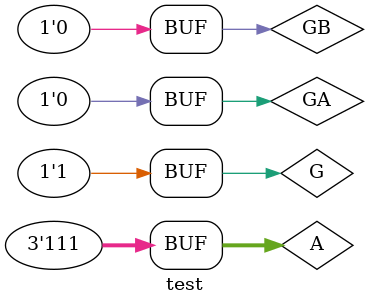
<source format=v>
`timescale 1ns / 1ps


module test;

	// Inputs
	reg G;
	reg GA;
	reg GB;
	reg [2:0] A;

	// Outputs
	wire [7:0] Y;

	// Instantiate the Unit Under Test (UUT)
	yimaqi uut (
		.G(G), 
		.GA(GA), 
		.GB(GB), 
		.A(A), 
		.Y(Y)
	);

	initial begin
		// Initialize Inputs
		G = 0;
		GA = 0;
		GB = 0;
		A = 3'b000;

		// Wait 100 ns for global reset to finish
		#100;
		G = 1;
		GA = 1;
		GB = 0;
		A = 3'b000;

		// Wait 100 ns for global reset to finish
		#100;
      G = 1;
		GA = 0;
		GB = 1;
		A = 3'b000;

		// Wait 100 ns for global reset to finish
		#100;
		G = 1;
		GA = 0;
		GB = 0;
		A = 3'b000;

		// Wait 100 ns for global reset to finish
		#100;
		G = 1;
		GA = 0;
		GB = 0;
		A = 3'b001;

		// Wait 100 ns for global reset to finish
		#100;
		G = 1;
		GA = 0;
		GB = 0;
		A = 3'b010;

		// Wait 100 ns for global reset to finish
		#100;
		G = 1;
		GA = 0;
		GB = 0;
		A = 3'b011;

		// Wait 100 ns for global reset to finish
		#100;
		G = 1;
		GA = 0;
		GB = 0;
		A = 3'b100;

		// Wait 100 ns for global reset to finish
		#100;
		G = 1;
		GA = 0;
		GB = 0;
		A = 3'b101;

		// Wait 100 ns for global reset to finish
		#100;
		G = 1;
		GA = 0;
		GB = 0;
		A = 3'b110;

		// Wait 100 ns for global reset to finish
		#100;
		G = 1;
		GA = 0;
		GB = 0;
		A = 3'b111;

		// Wait 100 ns for global reset to finish
		#100;
		// Add stimulus here

	end
      
endmodule


</source>
